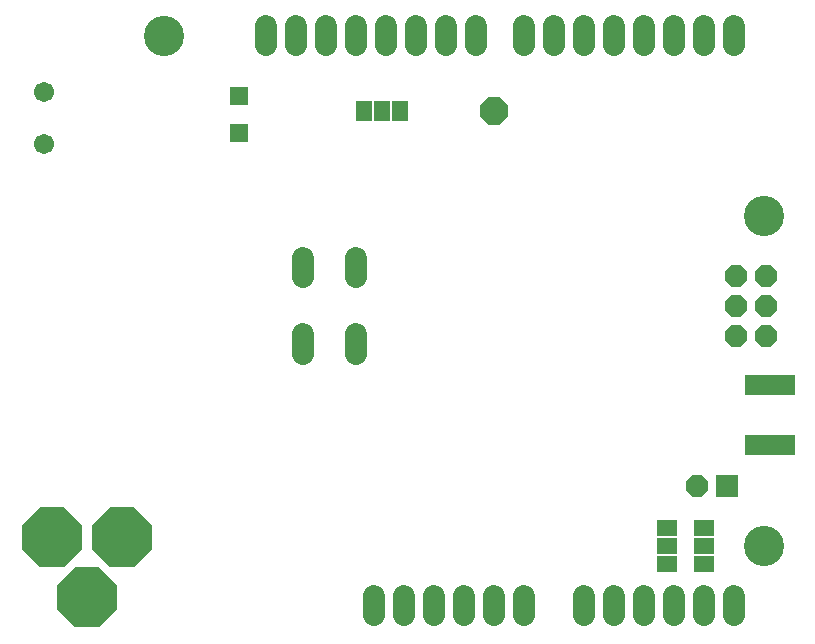
<source format=gbs>
G75*
G70*
%OFA0B0*%
%FSLAX24Y24*%
%IPPOS*%
%LPD*%
%AMOC8*
5,1,8,0,0,1.08239X$1,22.5*
%
%ADD10C,0.1340*%
%ADD11OC8,0.0720*%
%ADD12C,0.0720*%
%ADD13OC8,0.1980*%
%ADD14R,0.1680X0.0680*%
%ADD15R,0.0720X0.0720*%
%ADD16R,0.0710X0.0540*%
%ADD17R,0.0540X0.0710*%
%ADD18C,0.0674*%
%ADD19R,0.0592X0.0592*%
%ADD20OC8,0.0930*%
D10*
X006847Y021371D03*
X026847Y015371D03*
X026847Y004371D03*
D11*
X024597Y006371D03*
X025902Y011351D03*
X026902Y011351D03*
X026902Y012351D03*
X025902Y012351D03*
X025902Y013351D03*
X026902Y013351D03*
D12*
X025847Y021051D02*
X025847Y021691D01*
X024847Y021691D02*
X024847Y021051D01*
X023847Y021051D02*
X023847Y021691D01*
X022847Y021691D02*
X022847Y021051D01*
X021847Y021051D02*
X021847Y021691D01*
X020847Y021691D02*
X020847Y021051D01*
X019847Y021051D02*
X019847Y021691D01*
X018847Y021691D02*
X018847Y021051D01*
X017247Y021051D02*
X017247Y021691D01*
X016247Y021691D02*
X016247Y021051D01*
X015247Y021051D02*
X015247Y021691D01*
X014247Y021691D02*
X014247Y021051D01*
X013247Y021051D02*
X013247Y021691D01*
X012247Y021691D02*
X012247Y021051D01*
X011247Y021051D02*
X011247Y021691D01*
X010247Y021691D02*
X010247Y021051D01*
X011457Y013971D02*
X011457Y013331D01*
X013237Y013331D02*
X013237Y013971D01*
X013237Y011411D02*
X013237Y010771D01*
X011457Y010771D02*
X011457Y011411D01*
X013847Y002691D02*
X013847Y002051D01*
X014847Y002051D02*
X014847Y002691D01*
X015847Y002691D02*
X015847Y002051D01*
X016847Y002051D02*
X016847Y002691D01*
X017847Y002691D02*
X017847Y002051D01*
X018847Y002051D02*
X018847Y002691D01*
X020847Y002691D02*
X020847Y002051D01*
X021847Y002051D02*
X021847Y002691D01*
X022847Y002691D02*
X022847Y002051D01*
X023847Y002051D02*
X023847Y002691D01*
X024847Y002691D02*
X024847Y002051D01*
X025847Y002051D02*
X025847Y002691D01*
D13*
X004267Y002671D03*
X005447Y004641D03*
X003087Y004641D03*
D14*
X027047Y007721D03*
X027047Y009721D03*
D15*
X025597Y006371D03*
D16*
X024847Y004971D03*
X024847Y004371D03*
X024847Y003771D03*
X023597Y003771D03*
X023597Y004371D03*
X023597Y004971D03*
D17*
X014697Y018871D03*
X014097Y018871D03*
X013497Y018871D03*
D18*
X002847Y019487D03*
X002847Y017755D03*
D19*
X009347Y018121D03*
X009347Y019371D03*
D20*
X017847Y018871D03*
M02*

</source>
